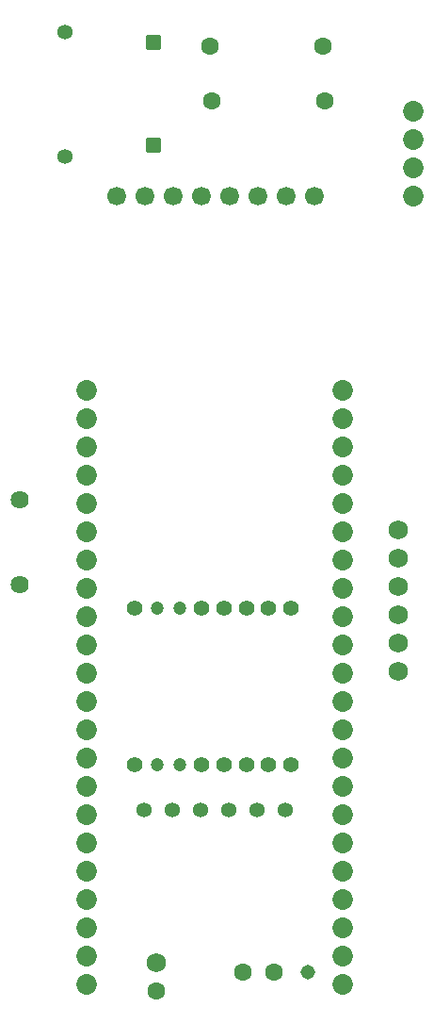
<source format=gbs>
G04 Layer: BottomSolderMaskLayer*
G04 EasyEDA v6.5.40, 2024-06-27 16:13:32*
G04 1bb4523bb94a4e3199f7f8869f766872,df7e7e3c38a3447abd37b529b333d242,10*
G04 Gerber Generator version 0.2*
G04 Scale: 100 percent, Rotated: No, Reflected: No *
G04 Dimensions in millimeters *
G04 leading zeros omitted , absolute positions ,4 integer and 5 decimal *
%FSLAX45Y45*%
%MOMM*%

%AMMACRO1*1,1,$1,$2,$3*1,1,$1,$4,$5*1,1,$1,0-$2,0-$3*1,1,$1,0-$4,0-$5*20,1,$1,$2,$3,$4,$5,0*20,1,$1,$4,$5,0-$2,0-$3,0*20,1,$1,0-$2,0-$3,0-$4,0-$5,0*20,1,$1,0-$4,0-$5,$2,$3,0*4,1,4,$2,$3,$4,$5,0-$2,0-$3,0-$4,0-$5,$2,$3,0*%
%ADD10C,1.6916*%
%ADD11C,1.3616*%
%ADD12MACRO1,0.1016X-0.63X0.63X0.63X0.63*%
%ADD13C,1.4032*%
%ADD14C,1.2032*%
%ADD15C,1.6016*%
%ADD16C,1.7526*%
%ADD17C,1.7272*%
%ADD18C,1.8516*%
%ADD19C,1.3132*%
%ADD20C,1.8516*%
%ADD21C,1.6256*%

%LPD*%
D10*
G01*
X1917700Y8443391D03*
G01*
X2171700Y8443391D03*
G01*
X2425700Y8443391D03*
G01*
X2679700Y8443391D03*
G01*
X2933700Y8443391D03*
G01*
X3187700Y8443391D03*
G01*
X3441700Y8443391D03*
G01*
X3695700Y8443391D03*
D11*
G01*
X1447901Y8801100D03*
G01*
X1447901Y9918700D03*
D12*
G01*
X2247900Y8901101D03*
G01*
X2247900Y9818698D03*
D13*
G01*
X2081301Y3338601D03*
D14*
G01*
X2281300Y3338601D03*
G01*
X2481300Y3338601D03*
D13*
G01*
X2681300Y3338601D03*
G01*
X2881299Y3338601D03*
G01*
X3081299Y3338601D03*
G01*
X3281299Y3338601D03*
G01*
X3481298Y3338601D03*
G01*
X3481298Y4738598D03*
G01*
X3281299Y4738598D03*
G01*
X3081299Y4738598D03*
G01*
X2881299Y4738598D03*
G01*
X2681300Y4738598D03*
D14*
G01*
X2481300Y4738598D03*
G01*
X2281300Y4738598D03*
D13*
G01*
X2081301Y4738598D03*
D15*
G01*
X2755900Y9791700D03*
G01*
X3771900Y9791700D03*
G01*
X3784600Y9296400D03*
G01*
X2768600Y9296400D03*
G01*
X2273300Y1308100D03*
D16*
G01*
X2273300Y1562100D03*
D17*
G01*
X4445000Y5442991D03*
G01*
X4445000Y5188991D03*
G01*
X4445000Y4934991D03*
G01*
X4445000Y4680991D03*
G01*
X4445000Y4426991D03*
G01*
X4445000Y4172991D03*
D18*
G01*
X1650111Y6699986D03*
G01*
X1650111Y6445986D03*
G01*
X1650111Y6191986D03*
G01*
X1650111Y5937986D03*
G01*
X1650111Y5683986D03*
G01*
X1650111Y5429986D03*
G01*
X1650111Y5175986D03*
G01*
X1650111Y4921986D03*
G01*
X1650111Y4667986D03*
G01*
X1650111Y4413986D03*
G01*
X1650111Y4159986D03*
G01*
X1650111Y3905986D03*
G01*
X1650111Y3651986D03*
G01*
X1650111Y3397986D03*
G01*
X1650111Y3143986D03*
G01*
X1650111Y2889986D03*
G01*
X1650111Y2635986D03*
G01*
X1650111Y2381986D03*
G01*
X1650111Y2127986D03*
G01*
X1650111Y1873986D03*
G01*
X1650111Y1619986D03*
G01*
X1650111Y1365986D03*
G01*
X3950106Y1365986D03*
G01*
X3950106Y1619986D03*
G01*
X3950106Y1873986D03*
G01*
X3950106Y2127986D03*
G01*
X3950106Y2381986D03*
G01*
X3950106Y2635986D03*
G01*
X3950106Y2889986D03*
G01*
X3950106Y3143986D03*
G01*
X3950106Y3397986D03*
G01*
X3950106Y3651986D03*
G01*
X3950106Y3905986D03*
G01*
X3950106Y4159986D03*
G01*
X3950106Y4413986D03*
G01*
X3950106Y4667986D03*
G01*
X3950106Y4921986D03*
G01*
X3950106Y5175986D03*
G01*
X3950106Y5429986D03*
G01*
X3950106Y5683986D03*
G01*
X3950106Y5937986D03*
G01*
X3950106Y6191986D03*
G01*
X3950106Y6445986D03*
G01*
X3950106Y6699986D03*
D15*
G01*
X3048000Y1473200D03*
G01*
X3327400Y1473200D03*
D19*
G01*
X3632200Y1473200D03*
D11*
G01*
X2159000Y2934588D03*
G01*
X2413000Y2934588D03*
G01*
X2667000Y2934588D03*
G01*
X2921000Y2934588D03*
G01*
X3175000Y2934588D03*
G01*
X3429000Y2934588D03*
D18*
G01*
X4584700Y8445500D03*
D20*
G01*
X4584700Y8699500D03*
G01*
X4584700Y8953500D03*
G01*
X4584700Y9207500D03*
D21*
G01*
X1041400Y4953000D03*
G01*
X1041400Y5715000D03*
M02*

</source>
